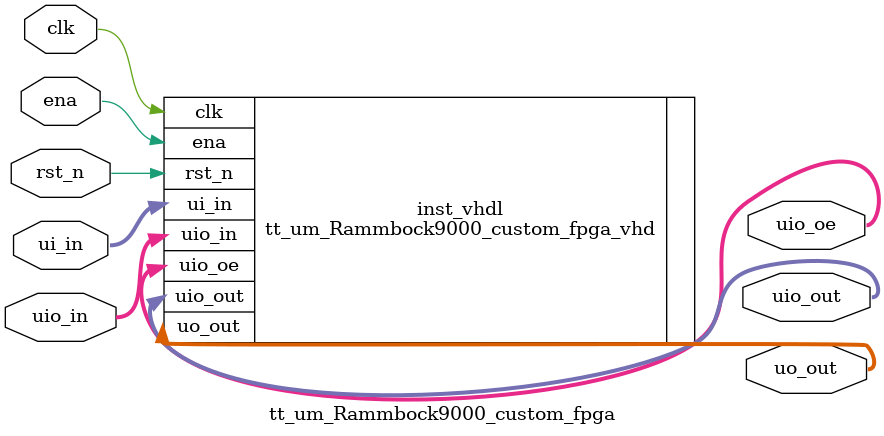
<source format=v>
/*
 * Copyright (c) 2024 Your Name
 * SPDX-License-Identifier: Apache-2.0
 */

`default_nettype none

module tt_um_Rammbock9000_custom_fpga (
    input  wire [7:0] ui_in,    // Dedicated inputs
    output wire [7:0] uo_out,   // Dedicated outputs
    input  wire [7:0] uio_in,   // IOs: Input path
    output wire [7:0] uio_out,  // IOs: Output path
    output wire [7:0] uio_oe,   // IOs: Enable path (active high: 0=input, 1=output)
    input  wire       ena,      // always 1 when the design is powered, so you can ignore it
    input  wire       clk,      // clock
    input  wire       rst_n     // reset_n - low to reset
);

  tt_um_Rammbock9000_custom_fpga_vhd inst_vhdl (
      .ui_in  (ui_in),    // Dedicated inputs
      .uo_out (uo_out),   // Dedicated outputs
      .uio_in (uio_in),   // IOs: Input path
      .uio_out(uio_out),  // IOs: Output path
      .uio_oe (uio_oe),   // IOs: Enable path (active high: 0=input, 1=output)
      .ena    (ena),      // enable - goes high when design is selected
      .clk    (clk),      // clock
      .rst_n  (rst_n)     // not reset
  );

endmodule

</source>
